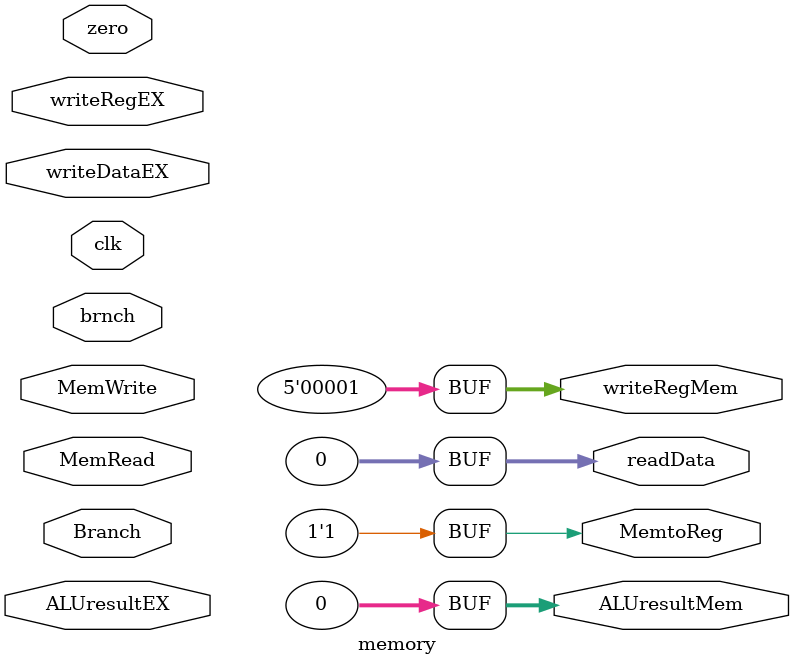
<source format=v>


`include "dataMem1.v"
`include "dataMem2.v"
`include "dataMem3.v"
`include "dataMem4.v"

module memory(
 input clk,

 input Branch,
 input zero,
 input MemWrite,
 input MemRead,
 input [31:0] brnch,
 input [31:0] writeDataEX,
 input [31:0] ALUresultEX,
 input [4:0] writeRegEX,

 output reg MemtoReg,
 output reg [31:0] readData,
 output reg [31:0] ALUresultMem,
 output reg [4:0] writeRegMem
 );
 

 initial
 begin
  MemtoReg <= 1'b1;
  readData <= 32'b0;
  ALUresultMem <= 32'b0;
  writeRegMem <= 5'b1;
 end

 always @(posedge CLK)
 begin

  if(MemWrite)
  begin

  end
  
  if(MemRead)
  begin

  end

 end

endmodule

</source>
